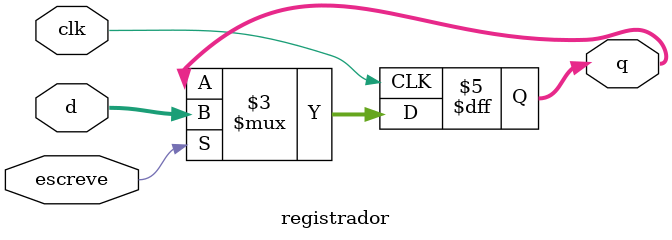
<source format=sv>
module registrador
(output logic [7:0] q,
 input logic [7:0] d,
 input clk, escreve);

 always_ff @(posedge clk) // borda de subida
 if (escreve ==1)
 q <= d;
endmodule

</source>
